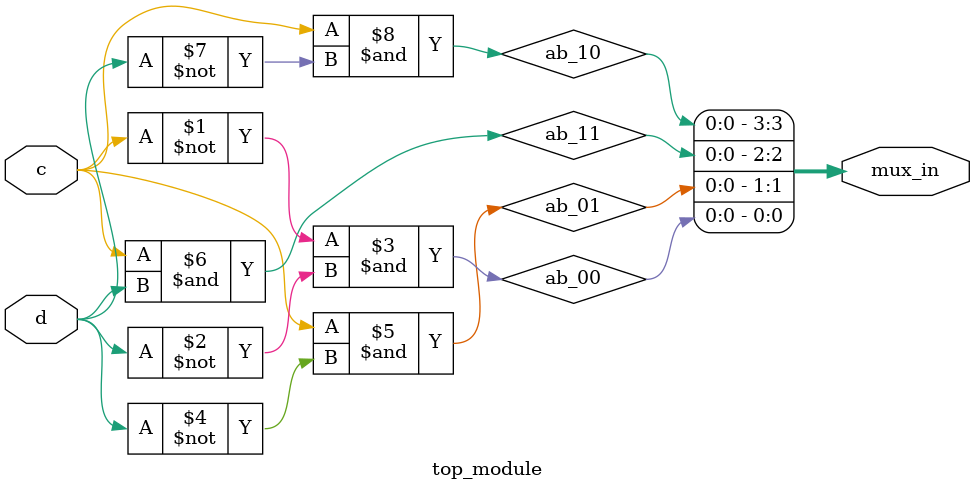
<source format=sv>
module top_module (
	input c,
	input d,
	output [3:0] mux_in
);

wire ab_00, ab_01, ab_11, ab_10;

and (ab_00, ~c, ~d);
and (ab_01, c, ~d);
and (ab_11, c, d);
and (ab_10, c, ~d);

assign mux_in[0] = ab_00;
assign mux_in[1] = ab_01;
assign mux_in[2] = ab_11;
assign mux_in[3] = ab_10;

endmodule

</source>
